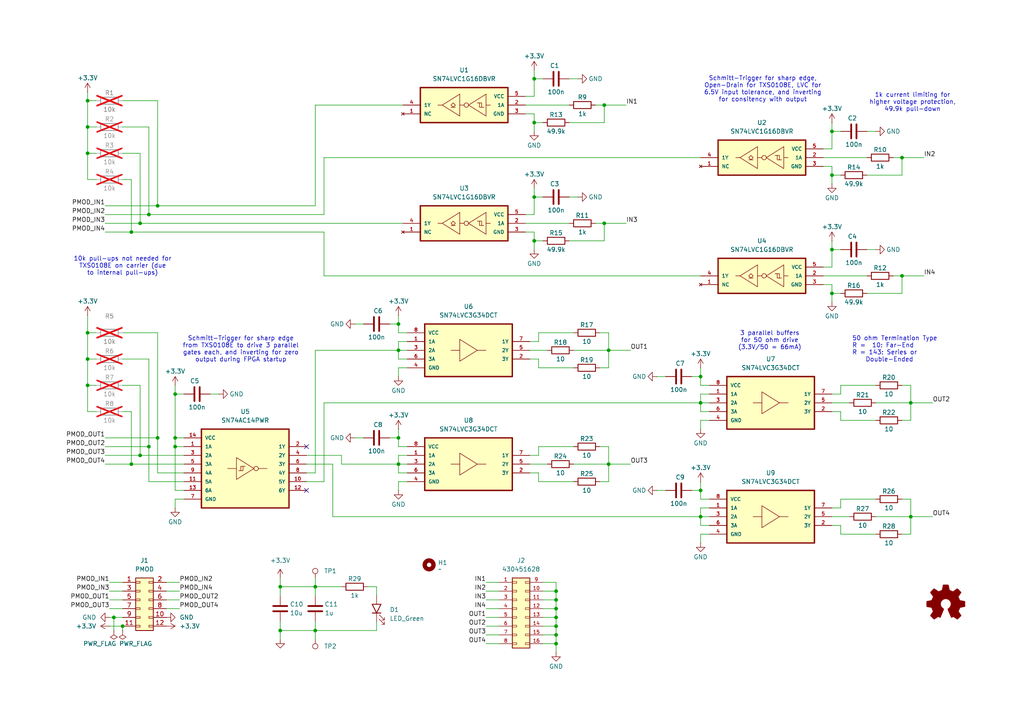
<source format=kicad_sch>
(kicad_sch (version 20250114) (generator "eeschema") (generator_version "9.0")
  (paper "A4")
  (title_block (title "LVTTL PMOD") (date "2025-10-29") (rev "v1.0") (company "SPDX-FileCopyrightText: 2025 Osprey DCS") (comment 1 "SPDX-License-Identifier: CERN-OHL-S-2.0+"))
  (lib_symbols
    (symbol "0local:430451628" (pin_names (offset 1.016))
      (property "Reference" "J2" (at 0 16.51 0))
      (property "Value" "430451628" (at 0 13.97 0))
      (symbol "430451628_1_0"
        (pin passive line (at -6.35 10.16 0) (length 3.81) (name "") (number "1"))
        (pin passive line (at -6.35 7.62 0) (length 3.81) (name "") (number "2"))
        (pin passive line (at -6.35 5.08 0) (length 3.81) (name "") (number "3"))
        (pin passive line (at -6.35 2.54 0) (length 3.81) (name "") (number "4"))
        (pin passive line (at -6.35 0 0) (length 3.81) (name "") (number "5"))
        (pin passive line (at -6.35 -2.54 0) (length 3.81) (name "") (number "6"))
        (pin passive line (at -6.35 -5.08 0) (length 3.81) (name "") (number "7"))
        (pin passive line (at -6.35 -7.62 0) (length 3.81) (name "") (number "8"))
        (pin passive line (at 6.35 10.16 180) (length 3.81) (name "") (number "9"))
        (pin passive line (at 6.35 7.62 180) (length 3.81) (name "") (number "10"))
        (pin passive line (at 6.35 5.08 180) (length 3.81) (name "") (number "11"))
        (pin passive line (at 6.35 2.54 180) (length 3.81) (name "") (number "12"))
        (pin passive line (at 6.35 0 180) (length 3.81) (name "") (number "13"))
        (pin passive line (at 6.35 -2.54 180) (length 3.81) (name "") (number "14"))
        (pin passive line (at 6.35 -5.08 180) (length 3.81) (name "") (number "15"))
        (pin passive line (at 6.35 -7.62 180) (length 3.81) (name "") (number "16"))
      )
    )
    (symbol "0local:Conn_02x06_Odd_Even" (pin_names (offset 1.016) (hide yes))
      (property "Reference" "J1" (at 1.27 11.43 0))
      (property "Value" "PMOD" (at 1.27 8.89 0))
      (symbol "Conn_02x06_Odd_Even_1_1"
        (pin passive line (at -5.08 5.08 0) (length 3.81) (name "Pin_1") (number "1"))
        (pin passive line (at -5.08 2.54 0) (length 3.81) (name "Pin_3") (number "3"))
        (pin passive line (at -5.08 0 0) (length 3.81) (name "Pin_5") (number "5"))
        (pin passive line (at -5.08 -2.54 0) (length 3.81) (name "Pin_7") (number "7"))
        (pin passive line (at -5.08 -5.08 0) (length 3.81) (name "Pin_9") (number "9"))
        (pin passive line (at -5.08 -7.62 0) (length 3.81) (name "Pin_11") (number "11"))
        (pin passive line (at 7.62 5.08 180) (length 3.81) (name "Pin_2") (number "2"))
        (pin passive line (at 7.62 2.54 180) (length 3.81) (name "Pin_4") (number "4"))
        (pin passive line (at 7.62 0 180) (length 3.81) (name "Pin_6") (number "6"))
        (pin passive line (at 7.62 -2.54 180) (length 3.81) (name "Pin_8") (number "8"))
        (pin passive line (at 7.62 -5.08 180) (length 3.81) (name "Pin_10") (number "10"))
        (pin passive line (at 7.62 -7.62 180) (length 3.81) (name "Pin_12") (number "12"))
      )
    )
    (symbol "0local:IR26-21C_L110_TR8" (pin_numbers (hide yes)) (pin_names (offset 1.016) (hide yes))
      (property "Reference" "D1" (at -0.3174 -3.81 90))
      (property "Value" "LED_Green" (at -2.8574 -3.81 90))
      (symbol "IR26-21C_L110_TR8_1_1"
        (pin passive line (at -3.81 0 0) (length 2.54) (name "K") (number "1"))
        (pin passive line (at 3.81 0 180) (length 2.54) (name "A") (number "2"))
      )
    )
    (symbol "0local:MountingHoleSlot"
      (property "Reference" "H" (at 0 3.302 0))
    )
    (symbol "0local:SN74AC14PWR" (pin_names (offset 1.016))
      (property "Reference" "U7" (at 0 14.224 0))
      (property "Value" "SN74AC14PWR" (at 0 11.938 0))
      (symbol "SN74AC14PWR_0_0"
        (pin power_in line (at -17.78 7.62 0) (length 5.08) (name "VCC") (number "14"))
        (pin input line (at -17.78 5.08 0) (length 5.08) (name "1A") (number "1"))
        (pin input line (at -17.78 2.54 0) (length 5.08) (name "2A") (number "3"))
        (pin input line (at -17.78 0 0) (length 5.08) (name "3A") (number "5"))
        (pin input line (at -17.78 -2.54 0) (length 5.08) (name "4A") (number "9"))
        (pin input line (at -17.78 -5.08 0) (length 5.08) (name "5A") (number "11"))
        (pin input line (at -17.78 -7.62 0) (length 5.08) (name "6A") (number "13"))
        (pin power_in line (at -17.78 -10.16 0) (length 5.08) (name "GND") (number "7"))
        (pin output line (at 17.78 5.08 180) (length 5.08) (name "1Y") (number "2"))
        (pin output line (at 17.78 2.54 180) (length 5.08) (name "2Y") (number "4"))
        (pin output line (at 17.78 0 180) (length 5.08) (name "3Y") (number "6"))
        (pin output line (at 17.78 -2.54 180) (length 5.08) (name "4Y") (number "8"))
        (pin output line (at 17.78 -5.08 180) (length 5.08) (name "5Y") (number "10"))
        (pin output line (at 17.78 -7.62 180) (length 5.08) (name "6Y") (number "12"))
      )
    )
    (symbol "0local:SN74LVC1G16DBVR" (pin_names (offset 1.016))
      (property "Reference" "U1" (at 0 7.874 0))
      (property "Value" "SN74LVC1G16DBVR" (at 0 5.588 0))
      (symbol "SN74LVC1G16DBVR_1_0"
        (pin power_in line (at -17.78 1.27 0) (length 5.08) (name "VCC") (number "5"))
        (pin input line (at -17.78 -1.27 0) (length 5.08) (name "1A") (number "2"))
        (pin power_in line (at -17.78 -3.81 0) (length 5.08) (name "GND") (number "3"))
        (pin output line (at 17.78 -1.27 180) (length 5.08) (name "1Y") (number "4"))
        (pin no_connect line (at 17.78 -3.81 180) (length 5.08) (name "NC") (number "1"))
      )
    )
    (symbol "0local:SN74LVC3G34DCT" (pin_names (offset 1.016))
      (property "Reference" "U7" (at 0 11.684 0))
      (property "Value" "SN74LVC3G34DCT" (at 0 9.398 0))
      (symbol "SN74LVC3G34DCT_0_0"
        (pin input line (at -17.78 2.54 0) (length 5.08) (name "1A") (number "1"))
        (pin input line (at -17.78 0 0) (length 5.08) (name "2A") (number "3"))
      )
      (symbol "SN74LVC3G34DCT_1_0"
        (pin power_in line (at -17.78 5.08 0) (length 5.08) (name "VCC") (number "8"))
        (pin input line (at -17.78 -2.54 0) (length 5.08) (name "3A") (number "6"))
        (pin power_in line (at -17.78 -5.08 0) (length 5.08) (name "GND") (number "4"))
        (pin output line (at 17.78 2.54 180) (length 5.08) (name "1Y") (number "7"))
        (pin output line (at 17.78 0 180) (length 5.08) (name "2Y") (number "5"))
        (pin output line (at 17.78 -2.54 180) (length 5.08) (name "3Y") (number "2"))
      )
    )
    (symbol "0local:TestPointBlack" (pin_numbers (hide yes)) (pin_names (offset 0.762) (hide yes))
      (property "Reference" "TP1" (at -1.524 6.096 0))
      (symbol "TestPointBlack_1_1"
        (pin passive line (at 0 1.27 90) (length 1.27) (name "1") (number "1"))
      )
    )
    (symbol "0local:TestPointRed" (pin_numbers (hide yes)) (pin_names (offset 0.762) (hide yes))
      (property "Reference" "TP1" (at -1.524 6.096 0))
      (symbol "TestPointRed_1_1"
        (pin passive line (at 0 1.27 90) (length 1.27) (name "1") (number "1"))
      )
    )
    (symbol "Device:C" (pin_numbers (hide yes)) (pin_names (offset 0.254))
      (property "Reference" "C" (at 0.635 2.54 0))
      (property "Value" "C" (at 0.635 -2.54 0))
      (symbol "C_1_1"
        (pin passive line (at 0 3.81 270) (length 2.794) (name "~") (number "1"))
        (pin passive line (at 0 -3.81 90) (length 2.794) (name "~") (number "2"))
      )
    )
    (symbol "Device:R" (pin_numbers (hide yes)) (pin_names (offset 0))
      (property "Reference" "R" (at 2.032 0 90))
      (property "Value" "R" (at 0 0 90))
      (symbol "R_1_1"
        (pin passive line (at 0 3.81 270) (length 1.27) (name "~") (number "1"))
        (pin passive line (at 0 -3.81 90) (length 1.27) (name "~") (number "2"))
      )
    )
    (symbol "Graphic:Logo_Open_Hardware_Small" (in_bom no) (on_board no))
    (symbol "power:+3.3V" (power) (pin_numbers (hide yes)) (pin_names (offset 0) (hide yes))
      (property "Value" "+3.3V" (at 0 3.556 0))
      (symbol "+3.3V_1_1"
        (pin power_in line (at 0 0 90) (length 0) (name "~") (number "1"))
      )
    )
    (symbol "power:GND" (power) (pin_numbers (hide yes)) (pin_names (offset 0) (hide yes))
      (property "Value" "GND" (at 0 -3.81 0))
      (symbol "GND_1_1"
        (pin power_in line (at 0 0 270) (length 0) (name "~") (number "1"))
      )
    )
    (symbol "power:PWR_FLAG" (power) (pin_numbers (hide yes)) (pin_names (offset 0) (hide yes))
      (property "Value" "PWR_FLAG" (at 0 3.81 0))
      (symbol "PWR_FLAG_0_0"
        (pin power_out line (at 0 0 90) (length 0) (name "~") (number "1"))
      )
    )
  )
  (text "Schmitt-Trigger for sharp edge\nfrom TXS0108E to drive 3 parallel\ngates each, and inverting for zero\noutput during FPGA startup" (at 69.85 101.346 0) (effects (font (size 1.27 1.27))))
  (text "Schmitt-Trigger for sharp edge,\nOpen-Drain for TXS0108E, LVC for\n6.5V input tolerance, and inverting\nfor consitency with output" (at 221.234 25.908 0) (effects (font (size 1.27 1.27))))
  (text "10k pull-ups not needed for\nTXS0108E on carrier (due\nto internal pull-ups)" (at 35.56 77.216 0) (effects (font (size 1.27 1.27))))
  (text "3 parallel buffers\nfor 50 ohm drive\n(3.3V/50 = 66mA)\n" (at 223.266 98.806 0) (effects (font (size 1.27 1.27))))
  (text "50 ohm Termination Type\nR =  10: Far-End\nR = 143: Series or \n    Double-Ended\n\n" (at 247.142 102.362 0) (effects (font (size 1.27 1.27)) (justify left)))
  (text "1k current limiting for\nhigher voltage protection,\n49.9k pull-down" (at 264.668 29.718 0) (effects (font (size 1.27 1.27))))
  (junction (at 35.56 181.61))
  (junction (at 81.28 182.88))
  (junction (at 175.26 30.48))
  (junction (at 25.4 36.83))
  (junction (at 50.8 114.3))
  (junction (at 161.29 173.99))
  (junction (at 161.29 171.45))
  (junction (at 115.57 134.62))
  (junction (at 45.72 127))
  (junction (at 43.18 62.23))
  (junction (at 203.2 116.84))
  (junction (at 264.16 116.84))
  (junction (at 203.2 109.22))
  (junction (at 161.29 184.15))
  (junction (at 154.94 22.86))
  (junction (at 91.44 170.18))
  (junction (at 176.53 134.62))
  (junction (at 115.57 101.6))
  (junction (at 154.94 69.85))
  (junction (at 115.57 127))
  (junction (at 115.57 93.98))
  (junction (at 161.29 179.07))
  (junction (at 25.4 104.14))
  (junction (at 176.53 101.6))
  (junction (at 50.8 127))
  (junction (at 261.62 80.01))
  (junction (at 91.44 182.88))
  (junction (at 50.8 129.54))
  (junction (at 261.62 45.72))
  (junction (at 38.1 134.62))
  (junction (at 40.64 132.08))
  (junction (at 241.3 38.1))
  (junction (at 38.1 67.31))
  (junction (at 161.29 186.69))
  (junction (at 175.26 64.77))
  (junction (at 154.94 57.15))
  (junction (at 241.3 72.39))
  (junction (at 161.29 181.61))
  (junction (at 25.4 44.45))
  (junction (at 33.02 179.07))
  (junction (at 203.2 142.24))
  (junction (at 25.4 29.21))
  (junction (at 81.28 170.18))
  (junction (at 45.72 59.69))
  (junction (at 264.16 149.86))
  (junction (at 43.18 129.54))
  (junction (at 203.2 149.86))
  (junction (at 40.64 64.77))
  (junction (at 154.94 35.56))
  (junction (at 25.4 111.76))
  (junction (at 241.3 50.8))
  (junction (at 25.4 96.52))
  (junction (at 241.3 85.09))
  (junction (at 161.29 176.53))
  (no_connect (at 88.9 129.54))
  (no_connect (at 88.9 142.24))
  (wire (pts (xy 152.4 62.23) (xy 154.94 62.23)))
  (wire (pts (xy 166.37 134.62) (xy 176.53 134.62)))
  (wire (pts (xy 200.66 142.24) (xy 203.2 142.24)))
  (wire (pts (xy 31.75 171.45) (xy 35.56 171.45)))
  (wire (pts (xy 40.64 111.76) (xy 40.64 132.08)))
  (wire (pts (xy 157.48 168.91) (xy 161.29 168.91)))
  (wire (pts (xy 25.4 44.45) (xy 25.4 36.83)))
  (wire (pts (xy 261.62 111.76) (xy 264.16 111.76)))
  (wire (pts (xy 25.4 44.45) (xy 27.94 44.45)))
  (wire (pts (xy 157.48 57.15) (xy 154.94 57.15)))
  (wire (pts (xy 88.9 137.16) (xy 91.44 137.16)))
  (wire (pts (xy 25.4 52.07) (xy 25.4 44.45)))
  (wire (pts (xy 246.38 149.86) (xy 241.3 149.86)))
  (wire (pts (xy 261.62 154.94) (xy 264.16 154.94)))
  (wire (pts (xy 91.44 170.18) (xy 99.06 170.18)))
  (wire (pts (xy 50.8 144.78) (xy 53.34 144.78)))
  (wire (pts (xy 161.29 168.91) (xy 161.29 171.45)))
  (wire (pts (xy 241.3 114.3) (xy 243.84 114.3)))
  (wire (pts (xy 241.3 69.85) (xy 241.3 72.39)))
  (wire (pts (xy 203.2 111.76) (xy 205.74 111.76)))
  (wire (pts (xy 154.94 69.85) (xy 157.48 69.85)))
  (wire (pts (xy 91.44 182.88) (xy 91.44 185.42)))
  (wire (pts (xy 118.11 134.62) (xy 115.57 134.62)))
  (wire (pts (xy 31.75 173.99) (xy 35.56 173.99)))
  (wire (pts (xy 243.84 119.38) (xy 243.84 121.92)))
  (wire (pts (xy 246.38 116.84) (xy 241.3 116.84)))
  (wire (pts (xy 251.46 85.09) (xy 261.62 85.09)))
  (wire (pts (xy 261.62 121.92) (xy 264.16 121.92)))
  (wire (pts (xy 115.57 129.54) (xy 118.11 129.54)))
  (wire (pts (xy 140.97 181.61) (xy 144.78 181.61)))
  (wire (pts (xy 264.16 149.86) (xy 270.51 149.86)))
  (wire (pts (xy 203.2 142.24) (xy 203.2 144.78)))
  (wire (pts (xy 243.84 144.78) (xy 254 144.78)))
  (wire (pts (xy 259.08 45.72) (xy 261.62 45.72)))
  (wire (pts (xy 30.48 129.54) (xy 43.18 129.54)))
  (wire (pts (xy 203.2 116.84) (xy 93.98 116.84)))
  (wire (pts (xy 241.3 43.18) (xy 238.76 43.18)))
  (wire (pts (xy 157.48 184.15) (xy 161.29 184.15)))
  (wire (pts (xy 25.4 111.76) (xy 25.4 104.14)))
  (wire (pts (xy 63.5 114.3) (xy 60.96 114.3)))
  (wire (pts (xy 156.21 99.06) (xy 156.21 96.52)))
  (wire (pts (xy 241.3 87.63) (xy 241.3 85.09)))
  (wire (pts (xy 25.4 36.83) (xy 25.4 29.21)))
  (wire (pts (xy 91.44 30.48) (xy 116.84 30.48)))
  (wire (pts (xy 35.56 36.83) (xy 43.18 36.83)))
  (wire (pts (xy 30.48 132.08) (xy 40.64 132.08)))
  (wire (pts (xy 88.9 134.62) (xy 96.52 134.62)))
  (wire (pts (xy 93.98 62.23) (xy 93.98 45.72)))
  (wire (pts (xy 152.4 30.48) (xy 165.1 30.48)))
  (wire (pts (xy 35.56 104.14) (xy 43.18 104.14)))
  (wire (pts (xy 35.56 96.52) (xy 45.72 96.52)))
  (wire (pts (xy 106.68 170.18) (xy 109.22 170.18)))
  (wire (pts (xy 243.84 114.3) (xy 243.84 111.76)))
  (wire (pts (xy 203.2 149.86) (xy 96.52 149.86)))
  (wire (pts (xy 25.4 36.83) (xy 27.94 36.83)))
  (wire (pts (xy 53.34 142.24) (xy 50.8 142.24)))
  (wire (pts (xy 43.18 36.83) (xy 43.18 62.23)))
  (wire (pts (xy 243.84 147.32) (xy 243.84 144.78)))
  (wire (pts (xy 241.3 85.09) (xy 243.84 85.09)))
  (wire (pts (xy 35.56 29.21) (xy 45.72 29.21)))
  (wire (pts (xy 35.56 182.88) (xy 35.56 181.61)))
  (wire (pts (xy 40.64 132.08) (xy 53.34 132.08)))
  (wire (pts (xy 241.3 35.56) (xy 241.3 38.1)))
  (wire (pts (xy 190.5 109.22) (xy 193.04 109.22)))
  (wire (pts (xy 241.3 38.1) (xy 241.3 43.18)))
  (wire (pts (xy 40.64 44.45) (xy 40.64 64.77)))
  (wire (pts (xy 30.48 67.31) (xy 38.1 67.31)))
  (wire (pts (xy 154.94 33.02) (xy 152.4 33.02)))
  (wire (pts (xy 261.62 80.01) (xy 267.97 80.01)))
  (wire (pts (xy 50.8 144.78) (xy 50.8 147.32)))
  (wire (pts (xy 172.72 30.48) (xy 175.26 30.48)))
  (wire (pts (xy 165.1 69.85) (xy 175.26 69.85)))
  (wire (pts (xy 48.26 168.91) (xy 52.07 168.91)))
  (wire (pts (xy 109.22 170.18) (xy 109.22 172.72)))
  (wire (pts (xy 241.3 72.39) (xy 241.3 77.47)))
  (wire (pts (xy 264.16 121.92) (xy 264.16 116.84)))
  (wire (pts (xy 25.4 96.52) (xy 27.94 96.52)))
  (wire (pts (xy 35.56 44.45) (xy 40.64 44.45)))
  (wire (pts (xy 241.3 48.26) (xy 238.76 48.26)))
  (wire (pts (xy 205.74 147.32) (xy 203.2 147.32)))
  (wire (pts (xy 53.34 114.3) (xy 50.8 114.3)))
  (wire (pts (xy 91.44 182.88) (xy 81.28 182.88)))
  (wire (pts (xy 96.52 134.62) (xy 96.52 149.86)))
  (wire (pts (xy 205.74 114.3) (xy 203.2 114.3)))
  (wire (pts (xy 205.74 149.86) (xy 203.2 149.86)))
  (wire (pts (xy 205.74 119.38) (xy 203.2 119.38)))
  (wire (pts (xy 50.8 127) (xy 53.34 127)))
  (wire (pts (xy 50.8 129.54) (xy 50.8 142.24)))
  (wire (pts (xy 173.99 106.68) (xy 176.53 106.68)))
  (wire (pts (xy 175.26 30.48) (xy 181.61 30.48)))
  (wire (pts (xy 115.57 139.7) (xy 115.57 142.24)))
  (wire (pts (xy 156.21 139.7) (xy 166.37 139.7)))
  (wire (pts (xy 115.57 106.68) (xy 115.57 109.22)))
  (wire (pts (xy 238.76 77.47) (xy 241.3 77.47)))
  (wire (pts (xy 25.4 29.21) (xy 27.94 29.21)))
  (wire (pts (xy 93.98 45.72) (xy 203.2 45.72)))
  (wire (pts (xy 43.18 104.14) (xy 43.18 129.54)))
  (wire (pts (xy 45.72 29.21) (xy 45.72 59.69)))
  (wire (pts (xy 35.56 111.76) (xy 40.64 111.76)))
  (wire (pts (xy 88.9 132.08) (xy 99.06 132.08)))
  (wire (pts (xy 140.97 184.15) (xy 144.78 184.15)))
  (wire (pts (xy 91.44 182.88) (xy 91.44 180.34)))
  (wire (pts (xy 91.44 167.64) (xy 91.44 170.18)))
  (wire (pts (xy 115.57 99.06) (xy 115.57 101.6)))
  (wire (pts (xy 113.03 127) (xy 115.57 127)))
  (wire (pts (xy 118.11 137.16) (xy 115.57 137.16)))
  (wire (pts (xy 157.48 22.86) (xy 154.94 22.86)))
  (wire (pts (xy 93.98 80.01) (xy 203.2 80.01)))
  (wire (pts (xy 48.26 173.99) (xy 52.07 173.99)))
  (wire (pts (xy 203.2 154.94) (xy 203.2 157.48)))
  (wire (pts (xy 161.29 173.99) (xy 161.29 176.53)))
  (wire (pts (xy 91.44 59.69) (xy 91.44 30.48)))
  (wire (pts (xy 118.11 101.6) (xy 115.57 101.6)))
  (wire (pts (xy 161.29 171.45) (xy 161.29 173.99)))
  (wire (pts (xy 91.44 170.18) (xy 81.28 170.18)))
  (wire (pts (xy 53.34 137.16) (xy 45.72 137.16)))
  (wire (pts (xy 81.28 180.34) (xy 81.28 182.88)))
  (wire (pts (xy 241.3 152.4) (xy 243.84 152.4)))
  (wire (pts (xy 243.84 152.4) (xy 243.84 154.94)))
  (wire (pts (xy 115.57 91.44) (xy 115.57 93.98)))
  (wire (pts (xy 154.94 72.39) (xy 154.94 69.85)))
  (wire (pts (xy 140.97 176.53) (xy 144.78 176.53)))
  (wire (pts (xy 115.57 101.6) (xy 91.44 101.6)))
  (wire (pts (xy 154.94 67.31) (xy 154.94 69.85)))
  (wire (pts (xy 91.44 137.16) (xy 91.44 101.6)))
  (wire (pts (xy 241.3 50.8) (xy 243.84 50.8)))
  (wire (pts (xy 50.8 129.54) (xy 53.34 129.54)))
  (wire (pts (xy 118.11 104.14) (xy 115.57 104.14)))
  (wire (pts (xy 167.64 22.86) (xy 165.1 22.86)))
  (wire (pts (xy 115.57 139.7) (xy 118.11 139.7)))
  (wire (pts (xy 38.1 134.62) (xy 53.34 134.62)))
  (wire (pts (xy 254 72.39) (xy 251.46 72.39)))
  (wire (pts (xy 25.4 104.14) (xy 25.4 96.52)))
  (wire (pts (xy 175.26 35.56) (xy 175.26 30.48)))
  (wire (pts (xy 31.75 179.07) (xy 33.02 179.07)))
  (wire (pts (xy 264.16 154.94) (xy 264.16 149.86)))
  (wire (pts (xy 158.75 101.6) (xy 153.67 101.6)))
  (wire (pts (xy 115.57 104.14) (xy 115.57 101.6)))
  (wire (pts (xy 157.48 186.69) (xy 161.29 186.69)))
  (wire (pts (xy 203.2 121.92) (xy 205.74 121.92)))
  (wire (pts (xy 43.18 62.23) (xy 93.98 62.23)))
  (wire (pts (xy 115.57 127) (xy 115.57 129.54)))
  (wire (pts (xy 40.64 64.77) (xy 116.84 64.77)))
  (wire (pts (xy 152.4 64.77) (xy 165.1 64.77)))
  (wire (pts (xy 203.2 144.78) (xy 205.74 144.78)))
  (wire (pts (xy 31.75 176.53) (xy 35.56 176.53)))
  (wire (pts (xy 157.48 171.45) (xy 161.29 171.45)))
  (wire (pts (xy 173.99 96.52) (xy 176.53 96.52)))
  (wire (pts (xy 161.29 184.15) (xy 161.29 186.69)))
  (wire (pts (xy 27.94 119.38) (xy 25.4 119.38)))
  (wire (pts (xy 243.84 72.39) (xy 241.3 72.39)))
  (wire (pts (xy 157.48 173.99) (xy 161.29 173.99)))
  (wire (pts (xy 161.29 176.53) (xy 161.29 179.07)))
  (wire (pts (xy 91.44 182.88) (xy 109.22 182.88)))
  (wire (pts (xy 241.3 147.32) (xy 243.84 147.32)))
  (wire (pts (xy 93.98 67.31) (xy 93.98 80.01)))
  (wire (pts (xy 48.26 171.45) (xy 52.07 171.45)))
  (wire (pts (xy 115.57 106.68) (xy 118.11 106.68)))
  (wire (pts (xy 203.2 139.7) (xy 203.2 142.24)))
  (wire (pts (xy 243.84 111.76) (xy 254 111.76)))
  (wire (pts (xy 264.16 149.86) (xy 264.16 144.78)))
  (wire (pts (xy 200.66 109.22) (xy 203.2 109.22)))
  (wire (pts (xy 30.48 64.77) (xy 40.64 64.77)))
  (wire (pts (xy 261.62 144.78) (xy 264.16 144.78)))
  (wire (pts (xy 203.2 121.92) (xy 203.2 124.46)))
  (wire (pts (xy 30.48 127) (xy 45.72 127)))
  (wire (pts (xy 166.37 101.6) (xy 176.53 101.6)))
  (wire (pts (xy 175.26 64.77) (xy 181.61 64.77)))
  (wire (pts (xy 157.48 179.07) (xy 161.29 179.07)))
  (wire (pts (xy 38.1 67.31) (xy 93.98 67.31)))
  (wire (pts (xy 261.62 45.72) (xy 267.97 45.72)))
  (wire (pts (xy 173.99 129.54) (xy 176.53 129.54)))
  (wire (pts (xy 33.02 182.88) (xy 33.02 179.07)))
  (wire (pts (xy 50.8 111.76) (xy 50.8 114.3)))
  (wire (pts (xy 25.4 29.21) (xy 25.4 26.67)))
  (wire (pts (xy 115.57 132.08) (xy 115.57 134.62)))
  (wire (pts (xy 91.44 170.18) (xy 91.44 172.72)))
  (wire (pts (xy 88.9 139.7) (xy 93.98 139.7)))
  (wire (pts (xy 167.64 57.15) (xy 165.1 57.15)))
  (wire (pts (xy 31.75 168.91) (xy 35.56 168.91)))
  (wire (pts (xy 176.53 139.7) (xy 176.53 134.62)))
  (wire (pts (xy 99.06 132.08) (xy 99.06 134.62)))
  (wire (pts (xy 99.06 134.62) (xy 115.57 134.62)))
  (wire (pts (xy 203.2 109.22) (xy 203.2 111.76)))
  (wire (pts (xy 251.46 50.8) (xy 261.62 50.8)))
  (wire (pts (xy 176.53 106.68) (xy 176.53 101.6)))
  (wire (pts (xy 205.74 152.4) (xy 203.2 152.4)))
  (wire (pts (xy 140.97 168.91) (xy 144.78 168.91)))
  (wire (pts (xy 238.76 80.01) (xy 251.46 80.01)))
  (wire (pts (xy 50.8 127) (xy 50.8 129.54)))
  (wire (pts (xy 172.72 64.77) (xy 175.26 64.77)))
  (wire (pts (xy 203.2 147.32) (xy 203.2 149.86)))
  (wire (pts (xy 156.21 129.54) (xy 166.37 129.54)))
  (wire (pts (xy 156.21 137.16) (xy 156.21 139.7)))
  (wire (pts (xy 254 149.86) (xy 264.16 149.86)))
  (wire (pts (xy 203.2 154.94) (xy 205.74 154.94)))
  (wire (pts (xy 154.94 33.02) (xy 154.94 35.56)))
  (wire (pts (xy 203.2 106.68) (xy 203.2 109.22)))
  (wire (pts (xy 35.56 52.07) (xy 38.1 52.07)))
  (wire (pts (xy 157.48 181.61) (xy 161.29 181.61)))
  (wire (pts (xy 102.87 93.98) (xy 105.41 93.98)))
  (wire (pts (xy 176.53 101.6) (xy 176.53 96.52)))
  (wire (pts (xy 53.34 139.7) (xy 43.18 139.7)))
  (wire (pts (xy 241.3 82.55) (xy 241.3 85.09)))
  (wire (pts (xy 33.02 179.07) (xy 35.56 179.07)))
  (wire (pts (xy 238.76 45.72) (xy 251.46 45.72)))
  (wire (pts (xy 254 38.1) (xy 251.46 38.1)))
  (wire (pts (xy 45.72 127) (xy 45.72 137.16)))
  (wire (pts (xy 241.3 119.38) (xy 243.84 119.38)))
  (wire (pts (xy 30.48 59.69) (xy 45.72 59.69)))
  (wire (pts (xy 243.84 121.92) (xy 254 121.92)))
  (wire (pts (xy 161.29 179.07) (xy 161.29 181.61)))
  (wire (pts (xy 190.5 142.24) (xy 193.04 142.24)))
  (wire (pts (xy 102.87 127) (xy 105.41 127)))
  (wire (pts (xy 161.29 186.69) (xy 161.29 189.23)))
  (wire (pts (xy 154.94 67.31) (xy 152.4 67.31)))
  (wire (pts (xy 264.16 116.84) (xy 270.51 116.84)))
  (wire (pts (xy 154.94 54.61) (xy 154.94 57.15)))
  (wire (pts (xy 154.94 20.32) (xy 154.94 22.86)))
  (wire (pts (xy 45.72 96.52) (xy 45.72 127)))
  (wire (pts (xy 118.11 99.06) (xy 115.57 99.06)))
  (wire (pts (xy 109.22 180.34) (xy 109.22 182.88)))
  (wire (pts (xy 25.4 96.52) (xy 25.4 91.44)))
  (wire (pts (xy 156.21 104.14) (xy 156.21 106.68)))
  (wire (pts (xy 48.26 176.53) (xy 52.07 176.53)))
  (wire (pts (xy 158.75 134.62) (xy 153.67 134.62)))
  (wire (pts (xy 81.28 172.72) (xy 81.28 170.18)))
  (wire (pts (xy 261.62 85.09) (xy 261.62 80.01)))
  (wire (pts (xy 153.67 132.08) (xy 156.21 132.08)))
  (wire (pts (xy 259.08 80.01) (xy 261.62 80.01)))
  (wire (pts (xy 31.75 181.61) (xy 35.56 181.61)))
  (wire (pts (xy 203.2 114.3) (xy 203.2 116.84)))
  (wire (pts (xy 81.28 167.64) (xy 81.28 170.18)))
  (wire (pts (xy 25.4 111.76) (xy 27.94 111.76)))
  (wire (pts (xy 241.3 53.34) (xy 241.3 50.8)))
  (wire (pts (xy 115.57 96.52) (xy 118.11 96.52)))
  (wire (pts (xy 254 116.84) (xy 264.16 116.84)))
  (wire (pts (xy 203.2 152.4) (xy 203.2 149.86)))
  (wire (pts (xy 165.1 35.56) (xy 175.26 35.56)))
  (wire (pts (xy 140.97 171.45) (xy 144.78 171.45)))
  (wire (pts (xy 93.98 139.7) (xy 93.98 116.84)))
  (wire (pts (xy 30.48 134.62) (xy 38.1 134.62)))
  (wire (pts (xy 118.11 132.08) (xy 115.57 132.08)))
  (wire (pts (xy 261.62 50.8) (xy 261.62 45.72)))
  (wire (pts (xy 81.28 185.42) (xy 81.28 182.88)))
  (wire (pts (xy 25.4 119.38) (xy 25.4 111.76)))
  (wire (pts (xy 243.84 154.94) (xy 254 154.94)))
  (wire (pts (xy 38.1 119.38) (xy 38.1 134.62)))
  (wire (pts (xy 154.94 57.15) (xy 154.94 62.23)))
  (wire (pts (xy 50.8 114.3) (xy 50.8 127)))
  (wire (pts (xy 243.84 38.1) (xy 241.3 38.1)))
  (wire (pts (xy 205.74 116.84) (xy 203.2 116.84)))
  (wire (pts (xy 154.94 35.56) (xy 157.48 35.56)))
  (wire (pts (xy 140.97 173.99) (xy 144.78 173.99)))
  (wire (pts (xy 25.4 104.14) (xy 27.94 104.14)))
  (wire (pts (xy 173.99 139.7) (xy 176.53 139.7)))
  (wire (pts (xy 157.48 176.53) (xy 161.29 176.53)))
  (wire (pts (xy 115.57 93.98) (xy 115.57 96.52)))
  (wire (pts (xy 154.94 22.86) (xy 154.94 27.94)))
  (wire (pts (xy 153.67 104.14) (xy 156.21 104.14)))
  (wire (pts (xy 153.67 137.16) (xy 156.21 137.16)))
  (wire (pts (xy 113.03 93.98) (xy 115.57 93.98)))
  (wire (pts (xy 161.29 181.61) (xy 161.29 184.15)))
  (wire (pts (xy 241.3 48.26) (xy 241.3 50.8)))
  (wire (pts (xy 45.72 59.69) (xy 91.44 59.69)))
  (wire (pts (xy 153.67 99.06) (xy 156.21 99.06)))
  (wire (pts (xy 241.3 82.55) (xy 238.76 82.55)))
  (wire (pts (xy 156.21 132.08) (xy 156.21 129.54)))
  (wire (pts (xy 264.16 116.84) (xy 264.16 111.76)))
  (wire (pts (xy 115.57 124.46) (xy 115.57 127)))
  (wire (pts (xy 38.1 52.07) (xy 38.1 67.31)))
  (wire (pts (xy 27.94 52.07) (xy 25.4 52.07)))
  (wire (pts (xy 156.21 96.52) (xy 166.37 96.52)))
  (wire (pts (xy 154.94 38.1) (xy 154.94 35.56)))
  (wire (pts (xy 43.18 129.54) (xy 43.18 139.7)))
  (wire (pts (xy 140.97 186.69) (xy 144.78 186.69)))
  (wire (pts (xy 176.53 134.62) (xy 182.88 134.62)))
  (wire (pts (xy 176.53 134.62) (xy 176.53 129.54)))
  (wire (pts (xy 30.48 62.23) (xy 43.18 62.23)))
  (wire (pts (xy 115.57 137.16) (xy 115.57 134.62)))
  (wire (pts (xy 203.2 119.38) (xy 203.2 116.84)))
  (wire (pts (xy 175.26 69.85) (xy 175.26 64.77)))
  (wire (pts (xy 35.56 119.38) (xy 38.1 119.38)))
  (wire (pts (xy 176.53 101.6) (xy 182.88 101.6)))
  (wire (pts (xy 154.94 27.94) (xy 152.4 27.94)))
  (wire (pts (xy 156.21 106.68) (xy 166.37 106.68)))
  (wire (pts (xy 140.97 179.07) (xy 144.78 179.07)))
  (label "PMOD_IN4" (at 30.48 67.31 180))
  (label "IN4" (at 267.97 80.01 0))
  (label "OUT1" (at 182.88 101.6 0))
  (label "OUT3" (at 182.88 134.62 0))
  (label "PMOD_IN1" (at 30.48 59.69 180))
  (label "IN1" (at 181.61 30.48 0))
  (label "IN2" (at 140.97 171.45 180))
  (label "PMOD_OUT2" (at 30.48 129.54 180))
  (label "OUT1" (at 140.97 179.07 180))
  (label "PMOD_IN1" (at 31.75 168.91 180))
  (label "IN3" (at 181.61 64.77 0))
  (label "OUT2" (at 270.51 116.84 0))
  (label "PMOD_OUT3" (at 30.48 132.08 180))
  (label "PMOD_OUT1" (at 30.48 127 180))
  (label "PMOD_IN4" (at 52.07 171.45 0))
  (label "OUT2" (at 140.97 181.61 180))
  (label "OUT3" (at 140.97 184.15 180))
  (label "PMOD_OUT4" (at 30.48 134.62 180))
  (label "PMOD_IN2" (at 30.48 62.23 180))
  (label "OUT4" (at 270.51 149.86 0))
  (label "PMOD_OUT4" (at 52.07 176.53 0))
  (label "PMOD_IN3" (at 31.75 171.45 180))
  (label "PMOD_IN3" (at 30.48 64.77 180))
  (label "OUT4" (at 140.97 186.69 180))
  (label "PMOD_OUT1" (at 31.75 173.99 180))
  (label "PMOD_OUT3" (at 31.75 176.53 180))
  (label "IN3" (at 140.97 173.99 180))
  (label "PMOD_IN2" (at 52.07 168.91 0))
  (label "IN2" (at 267.97 45.72 0))
  (label "IN4" (at 140.97 176.53 180))
  (label "PMOD_OUT2" (at 52.07 173.99 0))
  (label "IN1" (at 140.97 168.91 180))
  (symbol (lib_id "power:GND") (at 115.57 109.22 0) (unit 1)
    (property "Reference" "#PWR02" (effects (hide yes)))
    (property "Value" "GND" (at 115.57 113.284 0))
    (property "Description" "Power symbol creates a global label with name \"GND\" , ground" (effects (hide yes)))
  )
  (symbol (lib_id "power:+3.3V") (at 25.4 26.67 0) (mirror y) (unit 1)
    (property "Reference" "#PWR013" (effects (hide yes)))
    (property "Value" "+3.3V" (at 25.4 22.606 0))
    (property "Description" "Power symbol creates a global label with name \"+3.3V\"" (effects (hide yes)))
  )
  (symbol (lib_id "Device:C") (at 247.65 72.39 270) (mirror x) (unit 1)
    (property "Reference" "C4" (at 245.872 68.58 90) (effects (justify left)))
    (property "Value" "100n" (at 247.65 76.2 90))
    (property "Footprint" "0local:C_0603_1608Metric" (effects (hide yes)))
    (property "Datasheet" "https://mm.digikey.com/Volume0/opasdata/d220001/medias/docus/658/CL10B104KB8NNWC_Spec.pdf" (effects (hide yes)))
    (property "Description" "0.1 µF ±10% 50V Ceramic Capacitor X7R 0603" (effects (hide yes)))
    (property "Digikey" "1276-1935-2-ND" (effects (hide yes)))
    (property "MPN" "CL10B104KB8NNWC" (effects (hide yes)))
  )
  (symbol (lib_id "Device:R") (at 31.75 52.07 90) (unit 1) (dnp yes)
    (property "Reference" "R4" (at 31.75 49.784 90))
    (property "Value" "10k" (at 31.75 54.61 90))
    (property "Footprint" "0local:R_0603_1608Metric" (effects (hide yes)))
    (property "Datasheet" "https://www.yageogroup.com/content/datasheet/asset/file/PYU-RC_GROUP_51_ROHS_L" (effects (hide yes)))
    (property "Description" "10 kOhms ±1% 0.1W, 1/10W Chip Resistor 0603 (1608 Metric) Moisture Resistant Thick Film" (effects (hide yes)))
    (property "Digikey" "311-10.0KHRCT-ND" (effects (hide yes)))
    (property "MPN" "RC0603FR-0710KL" (effects (hide yes)))
  )
  (symbol (lib_id "power:GND") (at 254 72.39 90) (mirror x) (unit 1)
    (property "Reference" "#PWR030" (effects (hide yes)))
    (property "Value" "GND" (at 257.048 72.39 90) (effects (justify right)))
    (property "Description" "Power symbol creates a global label with name \"GND\" , ground" (effects (hide yes)))
  )
  (symbol (lib_id "power:GND") (at 241.3 53.34 0) (mirror y) (unit 1)
    (property "Reference" "#PWR026" (effects (hide yes)))
    (property "Value" "GND" (at 241.3 57.404 0))
    (property "Description" "Power symbol creates a global label with name \"GND\" , ground" (effects (hide yes)))
  )
  (symbol (lib_id "0local:TestPointBlack") (at 91.44 184.15 180) (unit 1)
    (property "Reference" "TP2" (at 93.98 187.4519 0) (effects (justify right)))
    (property "Value" "TestPointBlack" (effects (hide yes)))
    (property "Footprint" "0local:TestPoint_Loop_D1.80mm_Drill1.0mm_Beaded" (effects (hide yes)))
    (property "Datasheet" "https://www.keyelco.com/userAssets/file/M65p56.pdf" (effects (hide yes)))
    (property "Description" "Black PC Test Point, Miniature Phosphor Bronze Silver Plating Through Hole Mounting Type" (effects (hide yes)))
    (property "Digikey" "36-5001-ND" (effects (hide yes)))
    (property "MPN" "5001" (effects (hide yes)))
  )
  (symbol (lib_id "0local:SN74LVC3G34DCT") (at 135.89 101.6 0) (unit 1)
    (property "Reference" "U6" (at 135.89 88.9 0))
    (property "Value" "SN74LVC3G34DCT" (at 135.89 91.44 0))
    (property "Footprint" "0local:SN74LVC3G34DCT" (effects (hide yes)))
    (property "Datasheet" "https://www.ti.com/lit/ds/symlink/sn74lvc3g34.pdf?ts=1760831599034&ref_url=https%253A%252F%252Fwww.google.com%252F" (effects (hide yes)))
    (property "Description" "Non-Inverting 3 Channel Buffer Push-Pull Output SM8" (effects (hide yes)))
    (property "Digikey" "296-13285-1-ND" (effects (hide yes)))
    (property "MPN" "SN74LVC3G34DCTR" (effects (hide yes)))
  )
  (symbol (lib_id "power:GND") (at 167.64 22.86 90) (mirror x) (unit 1)
    (property "Reference" "#PWR015" (effects (hide yes)))
    (property "Value" "GND" (at 170.688 22.86 90) (effects (justify right)))
    (property "Description" "Power symbol creates a global label with name \"GND\" , ground" (effects (hide yes)))
  )
  (symbol (lib_id "power:+3.3V") (at 115.57 124.46 0) (unit 1)
    (property "Reference" "#PWR021" (effects (hide yes)))
    (property "Value" "+3.3V" (at 115.57 120.396 0))
    (property "Description" "Power symbol creates a global label with name \"+3.3V\"" (effects (hide yes)))
  )
  (symbol (lib_id "0local:SN74LVC3G34DCT") (at 223.52 116.84 0) (unit 1)
    (property "Reference" "U7" (at 223.52 104.14 0))
    (property "Value" "SN74LVC3G34DCT" (at 223.52 106.68 0))
    (property "Footprint" "0local:SN74LVC3G34DCT" (effects (hide yes)))
    (property "Datasheet" "https://www.ti.com/lit/ds/symlink/sn74lvc3g34.pdf?ts=1760831599034&ref_url=https%253A%252F%252Fwww.google.com%252F" (effects (hide yes)))
    (property "Description" "Non-Inverting 3 Channel Buffer Push-Pull Output SM8" (effects (hide yes)))
    (property "Digikey" "296-13285-1-ND" (effects (hide yes)))
    (property "MPN" "SN74LVC3G34DCTR" (effects (hide yes)))
  )
  (symbol (lib_id "Device:R") (at 255.27 80.01 90) (unit 1)
    (property "Reference" "R12" (at 255.27 77.724 90))
    (property "Value" "1k" (at 255.27 82.55 90))
    (property "Footprint" "0local:R_0603_1608Metric" (effects (hide yes)))
    (property "Datasheet" "https://www.yageogroup.com/content/datasheet/asset/file/PYU-RC_51_ROHS_P" (effects (hide yes)))
    (property "Description" "1 kOhms ±1% 0.1W, 1/10W Chip Resistor 0603 (1608 Metric) Moisture Resistant Thick Film" (effects (hide yes)))
    (property "Digikey" "YAG1294TR-ND" (effects (hide yes)))
    (property "MPN" "RC0603FR-071KP" (effects (hide yes)))
  )
  (symbol (lib_id "power:+3.3V") (at 50.8 111.76 0) (unit 1)
    (property "Reference" "#PWR011" (effects (hide yes)))
    (property "Value" "+3.3V" (at 50.8 107.696 0))
    (property "Description" "Power symbol creates a global label with name \"+3.3V\"" (effects (hide yes)))
  )
  (symbol (lib_id "power:+3.3V") (at 81.28 167.64 0) (unit 1)
    (property "Reference" "#PWR0128" (effects (hide yes)))
    (property "Value" "+3.3V" (at 81.28 162.56 0))
    (property "Description" "Power symbol creates a global label with name \"+3.3V\"" (effects (hide yes)))
  )
  (symbol (lib_id "Device:R") (at 170.18 96.52 90) (unit 1)
    (property "Reference" "R17" (at 170.18 94.234 90))
    (property "Value" "10" (at 170.18 99.06 90))
    (property "Footprint" "0local:R_0805_2012Metric" (effects (hide yes)))
    (property "Datasheet" "https://www.yageogroup.com/content/datasheet/asset/file/PYU-RC_GROUP_51_ROHS_L" (effects (hide yes)))
    (property "Description" "10 Ohms ±1% 0.1W, 1/10W Chip Resistor 0603 (1608 Metric) Moisture Resistant Thick Film" (effects (hide yes)))
    (property "Digikey" "13-RC0603FR-1310RLTR-ND" (effects (hide yes)))
    (property "MPN" "RC0603FR-1310RL" (effects (hide yes)))
  )
  (symbol (lib_id "Device:R") (at 247.65 85.09 90) (unit 1)
    (property "Reference" "R16" (at 247.65 82.804 90))
    (property "Value" "49.9k" (at 247.65 87.63 90))
    (property "Footprint" "0local:R_0603_1608Metric" (effects (hide yes)))
    (property "Datasheet" "https://www.yageogroup.com/content/datasheet/asset/file/PYU-RC_GROUP_51_ROHS_L" (effects (hide yes)))
    (property "Description" "49.9 kOhms ±1% 0.1W, 1/10W Chip Resistor 0603 (1608 Metric) Moisture Resistant Thick Film" (effects (hide yes)))
    (property "Digikey" "13-RC0603FR-1349K9LTR-ND" (effects (hide yes)))
    (property "MPN" "RC0603FR-1349K9L" (effects (hide yes)))
  )
  (symbol (lib_id "power:GND") (at 102.87 93.98 270) (unit 1)
    (property "Reference" "#PWR07" (effects (hide yes)))
    (property "Value" "GND" (at 99.822 93.98 90) (effects (justify right)))
    (property "Description" "Power symbol creates a global label with name \"GND\" , ground" (effects (hide yes)))
  )
  (symbol (lib_id "power:+3.3V") (at 241.3 35.56 0) (mirror y) (unit 1)
    (property "Reference" "#PWR025" (effects (hide yes)))
    (property "Value" "+3.3V" (at 241.3 31.496 0))
    (property "Description" "Power symbol creates a global label with name \"+3.3V\"" (effects (hide yes)))
  )
  (symbol (lib_id "0local:Conn_02x06_Odd_Even") (at 40.64 173.99 0) (unit 1)
    (property "Reference" "J1" (at 41.91 162.56 0))
    (property "Value" "PMOD" (at 41.91 165.1 0))
    (property "Footprint" "0local:PMOD_2x06_P2.54mm_Mirrored" (effects (hide yes)))
    (property "Datasheet" "https://app.adam-tech.com/products/download/data_sheet/200508/ph2ra-xx-ua-data-sheet.pdf" (effects (hide yes)))
    (property "Description" "Generic connector, double row, 02x06, odd/even pin numbering scheme (row 1 odd numbers, row 2 even numbers), script generated (kicad-library-utils/schlib/autogen/connector/)" (effects (hide yes)))
    (property "Digikey" "2057-PH2RA-12-UA-ND" (effects (hide yes)))
    (property "MPN" "PH2RA-12-UA" (effects (hide yes)))
  )
  (symbol (lib_id "power:GND") (at 48.26 179.07 90) (unit 1)
    (property "Reference" "#PWR0101" (effects (hide yes)))
    (property "Value" "GND" (at 52.07 179.0699 90) (effects (justify right)))
    (property "Description" "Power symbol creates a global label with name \"GND\" , ground" (effects (hide yes)))
  )
  (symbol (lib_id "Device:C") (at 109.22 93.98 90) (unit 1)
    (property "Reference" "C6" (at 110.998 90.17 90) (effects (justify left)))
    (property "Value" "100n" (at 109.22 97.79 90))
    (property "Footprint" "0local:C_0603_1608Metric" (effects (hide yes)))
    (property "Datasheet" "https://mm.digikey.com/Volume0/opasdata/d220001/medias/docus/658/CL10B104KB8NNWC_Spec.pdf" (effects (hide yes)))
    (property "Description" "0.1 µF ±10% 50V Ceramic Capacitor X7R 0603" (effects (hide yes)))
    (property "Digikey" "1276-1935-2-ND" (effects (hide yes)))
    (property "MPN" "CL10B104KB8NNWC" (effects (hide yes)))
  )
  (symbol (lib_id "Device:C") (at 109.22 127 90) (unit 1)
    (property "Reference" "C8" (at 110.998 123.19 90) (effects (justify left)))
    (property "Value" "100n" (at 109.22 130.81 90))
    (property "Footprint" "0local:C_0603_1608Metric" (effects (hide yes)))
    (property "Datasheet" "https://mm.digikey.com/Volume0/opasdata/d220001/medias/docus/658/CL10B104KB8NNWC_Spec.pdf" (effects (hide yes)))
    (property "Description" "0.1 µF ±10% 50V Ceramic Capacitor X7R 0603" (effects (hide yes)))
    (property "Digikey" "1276-1935-2-ND" (effects (hide yes)))
    (property "MPN" "CL10B104KB8NNWC" (effects (hide yes)))
  )
  (symbol (lib_id "0local:SN74LVC1G16DBVR") (at 134.62 63.5 0) (mirror y) (unit 1)
    (property "Reference" "U3" (at 134.62 54.61 0))
    (property "Value" "SN74LVC1G16DBVR" (at 134.62 57.15 0))
    (property "Footprint" "0local:SN74LVC1G16DBVR" (effects (hide yes)))
    (property "Datasheet" "https://www.ti.com/lit/ds/symlink/sn74lvc1g16.pdf?ts=1748236994427&ref_url=https%253A%252F%252Fwww.ti.com%252Fproduct%252FSN74LVC1G16%253FkeyMatch%253DSN74LVC1G16DBVR%2526tisearch%253Duniversal_search%2526usecase%253DOPN" (effects (hide yes)))
    (property "Description" "Inverter 1 Channel Schmitt Trigger Input Open Drain SOT-23-5" (effects (hide yes)))
    (property "Digikey" "296-SN74LVC1G16DBVRCT-ND" (effects (hide yes)))
    (property "MPN" "SN74LVC1G16DBVR" (effects (hide yes)))
  )
  (symbol (lib_id "Device:R") (at 168.91 64.77 90) (unit 1)
    (property "Reference" "R11" (at 168.91 62.484 90))
    (property "Value" "1k" (at 168.91 67.31 90))
    (property "Footprint" "0local:R_0603_1608Metric" (effects (hide yes)))
    (property "Datasheet" "https://www.yageogroup.com/content/datasheet/asset/file/PYU-RC_51_ROHS_P" (effects (hide yes)))
    (property "Description" "1 kOhms ±1% 0.1W, 1/10W Chip Resistor 0603 (1608 Metric) Moisture Resistant Thick Film" (effects (hide yes)))
    (property "Digikey" "YAG1294TR-ND" (effects (hide yes)))
    (property "MPN" "RC0603FR-071KP" (effects (hide yes)))
  )
  (symbol (lib_id "power:+3.3V") (at 31.75 181.61 90) (unit 1)
    (property "Reference" "#PWR0103" (effects (hide yes)))
    (property "Value" "+3.3V" (at 27.94 181.6099 90) (effects (justify left)))
    (property "Description" "Power symbol creates a global label with name \"+3.3V\"" (effects (hide yes)))
  )
  (symbol (lib_id "Device:R") (at 31.75 44.45 90) (unit 1) (dnp yes)
    (property "Reference" "R3" (at 31.75 42.164 90))
    (property "Value" "10k" (at 31.75 46.99 90))
    (property "Footprint" "0local:R_0603_1608Metric" (effects (hide yes)))
    (property "Datasheet" "https://www.yageogroup.com/content/datasheet/asset/file/PYU-RC_GROUP_51_ROHS_L" (effects (hide yes)))
    (property "Description" "10 kOhms ±1% 0.1W, 1/10W Chip Resistor 0603 (1608 Metric) Moisture Resistant Thick Film" (effects (hide yes)))
    (property "Digikey" "311-10.0KHRCT-ND" (effects (hide yes)))
    (property "MPN" "RC0603FR-0710KL" (effects (hide yes)))
  )
  (symbol (lib_id "0local:IR26-21C_L110_TR8") (at 109.22 176.53 90) (unit 1)
    (property "Reference" "D1" (at 113.03 176.8474 90) (effects (justify right)))
    (property "Value" "LED_Green" (at 113.03 179.3874 90) (effects (justify right)))
    (property "Footprint" "0local:LED_0603_1608Metric" (effects (hide yes)))
    (property "Datasheet" "https://www.kingbrightusa.com/images/catalog/SPEC/APT1608CGCK.pdf" (effects (hide yes)))
    (property "Description" "Green 570nm LED Indication - Discrete 2.1V 0603" (effects (hide yes)))
    (property "Digikey" "754-1116-2-ND" (effects (hide yes)))
    (property "MPN" "APT1608CGCK" (effects (hide yes)))
  )
  (symbol (lib_id "Device:R") (at 255.27 45.72 90) (unit 1)
    (property "Reference" "R10" (at 255.27 43.434 90))
    (property "Value" "1k" (at 255.27 48.26 90))
    (property "Footprint" "0local:R_0603_1608Metric" (effects (hide yes)))
    (property "Datasheet" "https://www.yageogroup.com/content/datasheet/asset/file/PYU-RC_51_ROHS_P" (effects (hide yes)))
    (property "Description" "1 kOhms ±1% 0.1W, 1/10W Chip Resistor 0603 (1608 Metric) Moisture Resistant Thick Film" (effects (hide yes)))
    (property "Digikey" "YAG1294TR-ND" (effects (hide yes)))
    (property "MPN" "RC0603FR-071KP" (effects (hide yes)))
  )
  (symbol (lib_id "Device:R") (at 247.65 50.8 90) (unit 1)
    (property "Reference" "R14" (at 247.65 48.514 90))
    (property "Value" "49.9k" (at 247.65 53.34 90))
    (property "Footprint" "0local:R_0603_1608Metric" (effects (hide yes)))
    (property "Datasheet" "https://www.yageogroup.com/content/datasheet/asset/file/PYU-RC_GROUP_51_ROHS_L" (effects (hide yes)))
    (property "Description" "49.9 kOhms ±1% 0.1W, 1/10W Chip Resistor 0603 (1608 Metric) Moisture Resistant Thick Film" (effects (hide yes)))
    (property "Digikey" "13-RC0603FR-1349K9LTR-ND" (effects (hide yes)))
    (property "MPN" "RC0603FR-1349K9L" (effects (hide yes)))
  )
  (symbol (lib_id "power:GND") (at 81.28 185.42 0) (unit 1)
    (property "Reference" "#PWR0129" (effects (hide yes)))
    (property "Value" "GND" (effects (hide yes)))
    (property "Description" "Power symbol creates a global label with name \"GND\" , ground" (effects (hide yes)))
  )
  (symbol (lib_id "power:GND") (at 115.57 142.24 0) (unit 1)
    (property "Reference" "#PWR03" (effects (hide yes)))
    (property "Value" "GND" (at 115.57 146.304 0))
    (property "Description" "Power symbol creates a global label with name \"GND\" , ground" (effects (hide yes)))
  )
  (symbol (lib_id "power:+3.3V") (at 48.26 181.61 270) (unit 1)
    (property "Reference" "#PWR0104" (effects (hide yes)))
    (property "Value" "+3.3V" (at 52.07 181.6099 90) (effects (justify left)))
    (property "Description" "Power symbol creates a global label with name \"+3.3V\"" (effects (hide yes)))
  )
  (symbol (lib_id "0local:430451628") (at 151.13 179.07 0) (unit 1)
    (property "Reference" "J2" (at 151.13 162.56 0))
    (property "Value" "430451628" (at 151.13 165.1 0))
    (property "Footprint" "0local:430451628" (effects (hide yes)))
    (property "Datasheet" "https://tools.molex.com/pdm_docs/ps/PS-43045.pdf" (effects (hide yes)))
    (property "Description" "Connector Header Through Hole 16 position 0.118\" (3.00mm)" (effects (hide yes)))
    (property "Digikey" "WM10719-ND" (effects (hide yes)))
    (property "MPN" "0430451628" (effects (hide yes)))
  )
  (symbol (lib_id "power:GND") (at 154.94 72.39 0) (mirror y) (unit 1)
    (property "Reference" "#PWR023" (effects (hide yes)))
    (property "Value" "GND" (at 154.94 76.454 0))
    (property "Description" "Power symbol creates a global label with name \"GND\" , ground" (effects (hide yes)))
  )
  (symbol (lib_id "power:GND") (at 154.94 38.1 0) (mirror y) (unit 1)
    (property "Reference" "#PWR017" (effects (hide yes)))
    (property "Value" "GND" (at 154.94 42.164 0))
    (property "Description" "Power symbol creates a global label with name \"GND\" , ground" (effects (hide yes)))
  )
  (symbol (lib_id "Device:R") (at 162.56 101.6 90) (unit 1)
    (property "Reference" "R18" (at 162.56 99.314 90))
    (property "Value" "10" (at 162.56 104.14 90))
    (property "Footprint" "0local:R_0805_2012Metric" (effects (hide yes)))
    (property "Datasheet" "https://www.yageogroup.com/content/datasheet/asset/file/PYU-RC_GROUP_51_ROHS_L" (effects (hide yes)))
    (property "Description" "10 Ohms ±1% 0.1W, 1/10W Chip Resistor 0603 (1608 Metric) Moisture Resistant Thick Film" (effects (hide yes)))
    (property "Digikey" "13-RC0603FR-1310RLTR-ND" (effects (hide yes)))
    (property "MPN" "RC0603FR-1310RL" (effects (hide yes)))
  )
  (symbol (lib_id "Device:R") (at 31.75 119.38 90) (unit 1) (dnp yes)
    (property "Reference" "R8" (at 31.75 117.094 90))
    (property "Value" "10k" (at 31.75 121.92 90))
    (property "Footprint" "0local:R_0603_1608Metric" (effects (hide yes)))
    (property "Datasheet" "https://www.yageogroup.com/content/datasheet/asset/file/PYU-RC_GROUP_51_ROHS_L" (effects (hide yes)))
    (property "Description" "10 kOhms ±1% 0.1W, 1/10W Chip Resistor 0603 (1608 Metric) Moisture Resistant Thick Film" (effects (hide yes)))
    (property "Digikey" "311-10.0KHRCT-ND" (effects (hide yes)))
    (property "MPN" "RC0603FR-0710KL" (effects (hide yes)))
  )
  (symbol (lib_id "power:GND") (at 161.29 189.23 0) (unit 1)
    (property "Reference" "#PWR01" (effects (hide yes)))
    (property "Value" "GND" (at 161.29 193.294 0))
    (property "Description" "Power symbol creates a global label with name \"GND\" , ground" (effects (hide yes)))
  )
  (symbol (lib_id "power:GND") (at 167.64 57.15 90) (mirror x) (unit 1)
    (property "Reference" "#PWR024" (effects (hide yes)))
    (property "Value" "GND" (at 170.688 57.15 90) (effects (justify right)))
    (property "Description" "Power symbol creates a global label with name \"GND\" , ground" (effects (hide yes)))
  )
  (symbol (lib_id "0local:SN74LVC1G16DBVR") (at 134.62 29.21 0) (mirror y) (unit 1)
    (property "Reference" "U1" (at 134.62 20.32 0))
    (property "Value" "SN74LVC1G16DBVR" (at 134.62 22.86 0))
    (property "Footprint" "0local:SN74LVC1G16DBVR" (effects (hide yes)))
    (property "Datasheet" "https://www.ti.com/lit/ds/symlink/sn74lvc1g16.pdf?ts=1748236994427&ref_url=https%253A%252F%252Fwww.ti.com%252Fproduct%252FSN74LVC1G16%253FkeyMatch%253DSN74LVC1G16DBVR%2526tisearch%253Duniversal_search%2526usecase%253DOPN" (effects (hide yes)))
    (property "Description" "Inverter 1 Channel Schmitt Trigger Input Open Drain SOT-23-5" (effects (hide yes)))
    (property "Digikey" "296-SN74LVC1G16DBVRCT-ND" (effects (hide yes)))
    (property "MPN" "SN74LVC1G16DBVR" (effects (hide yes)))
  )
  (symbol (lib_id "Device:R") (at 168.91 30.48 90) (unit 1)
    (property "Reference" "R9" (at 168.91 28.194 90))
    (property "Value" "1k" (at 168.91 33.02 90))
    (property "Footprint" "0local:R_0603_1608Metric" (effects (hide yes)))
    (property "Datasheet" "https://www.yageogroup.com/content/datasheet/asset/file/PYU-RC_51_ROHS_P" (effects (hide yes)))
    (property "Description" "1 kOhms ±1% 0.1W, 1/10W Chip Resistor 0603 (1608 Metric) Moisture Resistant Thick Film" (effects (hide yes)))
    (property "Digikey" "YAG1294TR-ND" (effects (hide yes)))
    (property "MPN" "RC0603FR-071KP" (effects (hide yes)))
  )
  (symbol (lib_id "Device:C") (at 196.85 142.24 90) (unit 1)
    (property "Reference" "C9" (at 198.628 138.43 90) (effects (justify left)))
    (property "Value" "100n" (at 196.85 146.05 90))
    (property "Footprint" "0local:C_0603_1608Metric" (effects (hide yes)))
    (property "Datasheet" "https://mm.digikey.com/Volume0/opasdata/d220001/medias/docus/658/CL10B104KB8NNWC_Spec.pdf" (effects (hide yes)))
    (property "Description" "0.1 µF ±10% 50V Ceramic Capacitor X7R 0603" (effects (hide yes)))
    (property "Digikey" "1276-1935-2-ND" (effects (hide yes)))
    (property "MPN" "CL10B104KB8NNWC" (effects (hide yes)))
  )
  (symbol (lib_id "Device:C") (at 91.44 176.53 0) (mirror y) (unit 1)
    (property "Reference" "C11" (at 98.044 175.26 0) (effects (justify left)))
    (property "Value" "1u" (at 96.774 177.8 0) (effects (justify left)))
    (property "Footprint" "0local:C_0603_1608Metric" (effects (hide yes)))
    (property "Datasheet" "https://www.yageogroup.com/content/datasheet/asset/file/UPY-GPHC_X7R_6_3V-TO-250V" (effects (hide yes)))
    (property "Description" "1 µF ±10% 16V Ceramic Capacitor X7R 0603 (1608 Metric)" (effects (hide yes)))
    (property "Digikey" "311-1446-2-ND" (effects (hide yes)))
    (property "MPN" "CC0603KRX7R7BB105" (effects (hide yes)))
  )
  (symbol (lib_id "Device:R") (at 161.29 35.56 90) (unit 1)
    (property "Reference" "R13" (at 161.29 33.274 90))
    (property "Value" "49.9k" (at 161.29 38.1 90))
    (property "Footprint" "0local:R_0603_1608Metric" (effects (hide yes)))
    (property "Datasheet" "https://www.yageogroup.com/content/datasheet/asset/file/PYU-RC_GROUP_51_ROHS_L" (effects (hide yes)))
    (property "Description" "49.9 kOhms ±1% 0.1W, 1/10W Chip Resistor 0603 (1608 Metric) Moisture Resistant Thick Film" (effects (hide yes)))
    (property "Digikey" "13-RC0603FR-1349K9LTR-ND" (effects (hide yes)))
    (property "MPN" "RC0603FR-1349K9L" (effects (hide yes)))
  )
  (symbol (lib_id "power:GND") (at 63.5 114.3 90) (mirror x) (unit 1)
    (property "Reference" "#PWR012" (effects (hide yes)))
    (property "Value" "GND" (at 66.548 114.3 90) (effects (justify right)))
    (property "Description" "Power symbol creates a global label with name \"GND\" , ground" (effects (hide yes)))
  )
  (symbol (lib_id "power:GND") (at 241.3 87.63 0) (mirror y) (unit 1)
    (property "Reference" "#PWR028" (effects (hide yes)))
    (property "Value" "GND" (at 241.3 91.694 0))
    (property "Description" "Power symbol creates a global label with name \"GND\" , ground" (effects (hide yes)))
  )
  (symbol (lib_id "Device:R") (at 257.81 111.76 90) (unit 1)
    (property "Reference" "R20" (at 257.81 109.474 90))
    (property "Value" "10" (at 257.81 114.3 90))
    (property "Footprint" "0local:R_0805_2012Metric" (effects (hide yes)))
    (property "Datasheet" "https://www.yageogroup.com/content/datasheet/asset/file/PYU-RC_GROUP_51_ROHS_L" (effects (hide yes)))
    (property "Description" "10 Ohms ±1% 0.1W, 1/10W Chip Resistor 0603 (1608 Metric) Moisture Resistant Thick Film" (effects (hide yes)))
    (property "Digikey" "13-RC0603FR-1310RLTR-ND" (effects (hide yes)))
    (property "MPN" "RC0603FR-1310RL" (effects (hide yes)))
  )
  (symbol (lib_id "power:GND") (at 203.2 124.46 0) (unit 1)
    (property "Reference" "#PWR05" (effects (hide yes)))
    (property "Value" "GND" (at 203.2 128.524 0))
    (property "Description" "Power symbol creates a global label with name \"GND\" , ground" (effects (hide yes)))
  )
  (symbol (lib_id "power:+3.3V") (at 203.2 139.7 0) (unit 1)
    (property "Reference" "#PWR018" (effects (hide yes)))
    (property "Value" "+3.3V" (at 203.2 135.636 0))
    (property "Description" "Power symbol creates a global label with name \"+3.3V\"" (effects (hide yes)))
  )
  (symbol (lib_id "power:PWR_FLAG") (at 33.02 182.88 180) (unit 1)
    (property "Reference" "#FLG0102" (effects (hide yes)))
    (property "Value" "PWR_FLAG" (at 28.956 186.69 0))
    (property "Description" "Special symbol for telling ERC where power comes from" (effects (hide yes)))
  )
  (symbol (lib_id "Device:C") (at 161.29 22.86 270) (mirror x) (unit 1)
    (property "Reference" "C1" (at 159.512 19.05 90) (effects (justify left)))
    (property "Value" "100n" (at 161.29 26.67 90))
    (property "Footprint" "0local:C_0603_1608Metric" (effects (hide yes)))
    (property "Datasheet" "https://mm.digikey.com/Volume0/opasdata/d220001/medias/docus/658/CL10B104KB8NNWC_Spec.pdf" (effects (hide yes)))
    (property "Description" "0.1 µF ±10% 50V Ceramic Capacitor X7R 0603" (effects (hide yes)))
    (property "Digikey" "1276-1935-2-ND" (effects (hide yes)))
    (property "MPN" "CL10B104KB8NNWC" (effects (hide yes)))
  )
  (symbol (lib_id "power:+3.3V") (at 115.57 91.44 0) (unit 1)
    (property "Reference" "#PWR06" (effects (hide yes)))
    (property "Value" "+3.3V" (at 115.57 87.376 0))
    (property "Description" "Power symbol creates a global label with name \"+3.3V\"" (effects (hide yes)))
  )
  (symbol (lib_id "Device:R") (at 102.87 170.18 90) (unit 1)
    (property "Reference" "R29" (at 102.87 167.894 90))
    (property "Value" "1k" (at 102.87 172.72 90))
    (property "Footprint" "0local:R_0603_1608Metric" (effects (hide yes)))
    (property "Datasheet" "https://www.yageogroup.com/content/datasheet/asset/file/PYU-RC_51_ROHS_P" (effects (hide yes)))
    (property "Description" "1 kOhms ±1% 0.1W, 1/10W Chip Resistor 0603 (1608 Metric) Moisture Resistant Thick Film" (effects (hide yes)))
    (property "Digikey" "YAG1294TR-ND" (effects (hide yes)))
    (property "MPN" "RC0603FR-071KP" (effects (hide yes)))
  )
  (symbol (lib_id "Device:C") (at 57.15 114.3 270) (mirror x) (unit 1)
    (property "Reference" "C5" (at 55.118 110.49 90) (effects (justify left)))
    (property "Value" "100n" (at 57.15 118.11 90))
    (property "Footprint" "0local:C_0603_1608Metric" (effects (hide yes)))
    (property "Datasheet" "https://mm.digikey.com/Volume0/opasdata/d220001/medias/docus/658/CL10B104KB8NNWC_Spec.pdf" (effects (hide yes)))
    (property "Description" "0.1 µF ±10% 50V Ceramic Capacitor X7R 0603" (effects (hide yes)))
    (property "Digikey" "1276-1935-2-ND" (effects (hide yes)))
    (property "MPN" "CL10B104KB8NNWC" (effects (hide yes)))
  )
  (symbol (lib_id "0local:SN74LVC1G16DBVR") (at 220.98 44.45 0) (mirror y) (unit 1)
    (property "Reference" "U2" (at 220.98 35.56 0))
    (property "Value" "SN74LVC1G16DBVR" (at 220.98 38.1 0))
    (property "Footprint" "0local:SN74LVC1G16DBVR" (effects (hide yes)))
    (property "Datasheet" "https://www.ti.com/lit/ds/symlink/sn74lvc1g16.pdf?ts=1748236994427&ref_url=https%253A%252F%252Fwww.ti.com%252Fproduct%252FSN74LVC1G16%253FkeyMatch%253DSN74LVC1G16DBVR%2526tisearch%253Duniversal_search%2526usecase%253DOPN" (effects (hide yes)))
    (property "Description" "Inverter 1 Channel Schmitt Trigger Input Open Drain SOT-23-5" (effects (hide yes)))
    (property "Digikey" "296-SN74LVC1G16DBVRCT-ND" (effects (hide yes)))
    (property "MPN" "SN74LVC1G16DBVR" (effects (hide yes)))
  )
  (symbol (lib_id "0local:SN74LVC1G16DBVR") (at 220.98 78.74 0) (mirror y) (unit 1)
    (property "Reference" "U4" (at 220.98 69.85 0))
    (property "Value" "SN74LVC1G16DBVR" (at 220.98 72.39 0))
    (property "Footprint" "0local:SN74LVC1G16DBVR" (effects (hide yes)))
    (property "Datasheet" "https://www.ti.com/lit/ds/symlink/sn74lvc1g16.pdf?ts=1748236994427&ref_url=https%253A%252F%252Fwww.ti.com%252Fproduct%252FSN74LVC1G16%253FkeyMatch%253DSN74LVC1G16DBVR%2526tisearch%253Duniversal_search%2526usecase%253DOPN" (effects (hide yes)))
    (property "Description" "Inverter 1 Channel Schmitt Trigger Input Open Drain SOT-23-5" (effects (hide yes)))
    (property "Digikey" "296-SN74LVC1G16DBVRCT-ND" (effects (hide yes)))
    (property "MPN" "SN74LVC1G16DBVR" (effects (hide yes)))
  )
  (symbol (lib_id "Device:R") (at 250.19 116.84 90) (unit 1)
    (property "Reference" "R21" (at 250.19 114.554 90))
    (property "Value" "10" (at 250.19 119.38 90))
    (property "Footprint" "0local:R_0805_2012Metric" (effects (hide yes)))
    (property "Datasheet" "https://www.yageogroup.com/content/datasheet/asset/file/PYU-RC_GROUP_51_ROHS_L" (effects (hide yes)))
    (property "Description" "10 Ohms ±1% 0.1W, 1/10W Chip Resistor 0603 (1608 Metric) Moisture Resistant Thick Film" (effects (hide yes)))
    (property "Digikey" "13-RC0603FR-1310RLTR-ND" (effects (hide yes)))
    (property "MPN" "RC0603FR-1310RL" (effects (hide yes)))
  )
  (symbol (lib_id "power:+3.3V") (at 154.94 20.32 0) (mirror y) (unit 1)
    (property "Reference" "#PWR016" (effects (hide yes)))
    (property "Value" "+3.3V" (at 154.94 16.256 0))
    (property "Description" "Power symbol creates a global label with name \"+3.3V\"" (effects (hide yes)))
  )
  (symbol (lib_id "Device:R") (at 170.18 139.7 90) (unit 1)
    (property "Reference" "R25" (at 170.18 137.414 90))
    (property "Value" "10" (at 170.18 142.24 90))
    (property "Footprint" "0local:R_0805_2012Metric" (effects (hide yes)))
    (property "Datasheet" "https://www.yageogroup.com/content/datasheet/asset/file/PYU-RC_GROUP_51_ROHS_L" (effects (hide yes)))
    (property "Description" "10 Ohms ±1% 0.1W, 1/10W Chip Resistor 0603 (1608 Metric) Moisture Resistant Thick Film" (effects (hide yes)))
    (property "Digikey" "13-RC0603FR-1310RLTR-ND" (effects (hide yes)))
    (property "MPN" "RC0603FR-1310RL" (effects (hide yes)))
  )
  (symbol (lib_id "power:GND") (at 190.5 142.24 270) (unit 1)
    (property "Reference" "#PWR010" (effects (hide yes)))
    (property "Value" "GND" (at 187.452 142.24 90) (effects (justify right)))
    (property "Description" "Power symbol creates a global label with name \"GND\" , ground" (effects (hide yes)))
  )
  (symbol (lib_id "power:+3.3V") (at 203.2 106.68 0) (unit 1)
    (property "Reference" "#PWR09" (effects (hide yes)))
    (property "Value" "+3.3V" (at 203.2 102.616 0))
    (property "Description" "Power symbol creates a global label with name \"+3.3V\"" (effects (hide yes)))
  )
  (symbol (lib_id "power:GND") (at 190.5 109.22 270) (unit 1)
    (property "Reference" "#PWR08" (effects (hide yes)))
    (property "Value" "GND" (at 187.452 109.22 90) (effects (justify right)))
    (property "Description" "Power symbol creates a global label with name \"GND\" , ground" (effects (hide yes)))
  )
  (symbol (lib_id "Device:R") (at 250.19 149.86 90) (unit 1)
    (property "Reference" "R27" (at 250.19 147.574 90))
    (property "Value" "10" (at 250.19 152.4 90))
    (property "Footprint" "0local:R_0805_2012Metric" (effects (hide yes)))
    (property "Datasheet" "https://www.yageogroup.com/content/datasheet/asset/file/PYU-RC_GROUP_51_ROHS_L" (effects (hide yes)))
    (property "Description" "10 Ohms ±1% 0.1W, 1/10W Chip Resistor 0603 (1608 Metric) Moisture Resistant Thick Film" (effects (hide yes)))
    (property "Digikey" "13-RC0603FR-1310RLTR-ND" (effects (hide yes)))
    (property "MPN" "RC0603FR-1310RL" (effects (hide yes)))
  )
  (symbol (lib_id "Device:R") (at 257.81 144.78 90) (unit 1)
    (property "Reference" "R26" (at 257.81 142.494 90))
    (property "Value" "10" (at 257.81 147.32 90))
    (property "Footprint" "0local:R_0805_2012Metric" (effects (hide yes)))
    (property "Datasheet" "https://www.yageogroup.com/content/datasheet/asset/file/PYU-RC_GROUP_51_ROHS_L" (effects (hide yes)))
    (property "Description" "10 Ohms ±1% 0.1W, 1/10W Chip Resistor 0603 (1608 Metric) Moisture Resistant Thick Film" (effects (hide yes)))
    (property "Digikey" "13-RC0603FR-1310RLTR-ND" (effects (hide yes)))
    (property "MPN" "RC0603FR-1310RL" (effects (hide yes)))
  )
  (symbol (lib_id "0local:SN74LVC3G34DCT") (at 135.89 134.62 0) (unit 1)
    (property "Reference" "U8" (at 135.89 121.92 0))
    (property "Value" "SN74LVC3G34DCT" (at 135.89 124.46 0))
    (property "Footprint" "0local:SN74LVC3G34DCT" (effects (hide yes)))
    (property "Datasheet" "https://www.ti.com/lit/ds/symlink/sn74lvc3g34.pdf?ts=1760831599034&ref_url=https%253A%252F%252Fwww.google.com%252F" (effects (hide yes)))
    (property "Description" "Non-Inverting 3 Channel Buffer Push-Pull Output SM8" (effects (hide yes)))
    (property "Digikey" "296-13285-1-ND" (effects (hide yes)))
    (property "MPN" "SN74LVC3G34DCTR" (effects (hide yes)))
  )
  (symbol (lib_id "power:GND") (at 31.75 179.07 270) (unit 1)
    (property "Reference" "#PWR0102" (effects (hide yes)))
    (property "Value" "GND" (at 27.94 179.0699 90) (effects (justify right)))
    (property "Description" "Power symbol creates a global label with name \"GND\" , ground" (effects (hide yes)))
  )
  (symbol (lib_id "power:GND") (at 50.8 147.32 0) (unit 1)
    (property "Reference" "#PWR014" (effects (hide yes)))
    (property "Value" "GND" (at 50.8 151.384 0))
    (property "Description" "Power symbol creates a global label with name \"GND\" , ground" (effects (hide yes)))
  )
  (symbol (lib_id "Device:C") (at 247.65 38.1 270) (mirror x) (unit 1)
    (property "Reference" "C2" (at 245.872 34.29 90) (effects (justify left)))
    (property "Value" "100n" (at 247.65 41.91 90))
    (property "Footprint" "0local:C_0603_1608Metric" (effects (hide yes)))
    (property "Datasheet" "https://mm.digikey.com/Volume0/opasdata/d220001/medias/docus/658/CL10B104KB8NNWC_Spec.pdf" (effects (hide yes)))
    (property "Description" "0.1 µF ±10% 50V Ceramic Capacitor X7R 0603" (effects (hide yes)))
    (property "Digikey" "1276-1935-2-ND" (effects (hide yes)))
    (property "MPN" "CL10B104KB8NNWC" (effects (hide yes)))
  )
  (symbol (lib_id "Device:R") (at 170.18 129.54 90) (unit 1)
    (property "Reference" "R23" (at 170.18 127.254 90))
    (property "Value" "10" (at 170.18 132.08 90))
    (property "Footprint" "0local:R_0805_2012Metric" (effects (hide yes)))
    (property "Datasheet" "https://www.yageogroup.com/content/datasheet/asset/file/PYU-RC_GROUP_51_ROHS_L" (effects (hide yes)))
    (property "Description" "10 Ohms ±1% 0.1W, 1/10W Chip Resistor 0603 (1608 Metric) Moisture Resistant Thick Film" (effects (hide yes)))
    (property "Digikey" "13-RC0603FR-1310RLTR-ND" (effects (hide yes)))
    (property "MPN" "RC0603FR-1310RL" (effects (hide yes)))
  )
  (symbol (lib_id "power:GND") (at 254 38.1 90) (mirror x) (unit 1)
    (property "Reference" "#PWR029" (effects (hide yes)))
    (property "Value" "GND" (at 257.048 38.1 90) (effects (justify right)))
    (property "Description" "Power symbol creates a global label with name \"GND\" , ground" (effects (hide yes)))
  )
  (symbol (lib_id "0local:SN74AC14PWR") (at 71.12 134.62 0) (unit 1)
    (property "Reference" "U5" (at 71.12 119.38 0))
    (property "Value" "SN74AC14PWR" (at 71.12 121.92 0))
    (property "Footprint" "0local:SN74AC1xPWR" (effects (hide yes)))
    (property "Datasheet" "https://www.ti.com/lit/ds/symlink/sn74ac14.pdf?HQS=dis-dk-null-digikeymode-dsf-pf-null-wwe&ts=1728838034041&ref_url=https%253A%252F%252Fwww.ti.com%252Fgeneral%252Fdocs%252Fsuppproductinfo.tsp%253FdistId%253D10%2526gotoUrl%253Dhttps%253A%252F%252Fwww.ti.com%252Flit%252Fgpn%252Fsn74ac14" (effects (hide yes)))
    (property "Description" "Inverter IC 6 Channel Schmitt Trigger 14-TSSOP" (effects (hide yes)))
    (property "Digikey" "296-4302-1-ND" (effects (hide yes)))
    (property "MPN" "SN74AC14PWR" (effects (hide yes)))
  )
  (symbol (lib_id "Device:R") (at 31.75 96.52 90) (unit 1) (dnp yes)
    (property "Reference" "R5" (at 31.75 91.694 90))
    (property "Value" "10k" (at 31.75 99.06 90))
    (property "Footprint" "0local:R_0603_1608Metric" (effects (hide yes)))
    (property "Datasheet" "https://www.yageogroup.com/content/datasheet/asset/file/PYU-RC_GROUP_51_ROHS_L" (effects (hide yes)))
    (property "Description" "10 kOhms ±1% 0.1W, 1/10W Chip Resistor 0603 (1608 Metric) Moisture Resistant Thick Film" (effects (hide yes)))
    (property "Digikey" "311-10.0KHRCT-ND" (effects (hide yes)))
    (property "MPN" "RC0603FR-0710KL" (effects (hide yes)))
  )
  (symbol (lib_id "Device:C") (at 81.28 176.53 0) (unit 1)
    (property "Reference" "C10" (at 84.074 175.26 0) (effects (justify left)))
    (property "Value" "10u" (at 84.074 177.8 0) (effects (justify left)))
    (property "Footprint" "0local:C_0805_2012Metric" (effects (hide yes)))
    (property "Datasheet" "https://search.murata.co.jp/Ceramy/image/img/A01X/G101/ENG/GRM21BR61E106KA73-01.pdf" (effects (hide yes)))
    (property "Description" "10 µF ±10% 25V Ceramic Capacitor X5R 0805 (2012 Metric)" (effects (hide yes)))
    (property "Digikey" "490-5523-2-ND" (effects (hide yes)))
    (property "MPN" "GRM21BR61E106KA73L" (effects (hide yes)))
  )
  (symbol (lib_id "Device:C") (at 161.29 57.15 270) (mirror x) (unit 1)
    (property "Reference" "C3" (at 159.512 53.34 90) (effects (justify left)))
    (property "Value" "100n" (at 161.29 60.96 90))
    (property "Footprint" "0local:C_0603_1608Metric" (effects (hide yes)))
    (property "Datasheet" "https://mm.digikey.com/Volume0/opasdata/d220001/medias/docus/658/CL10B104KB8NNWC_Spec.pdf" (effects (hide yes)))
    (property "Description" "0.1 µF ±10% 50V Ceramic Capacitor X7R 0603" (effects (hide yes)))
    (property "Digikey" "1276-1935-2-ND" (effects (hide yes)))
    (property "MPN" "CL10B104KB8NNWC" (effects (hide yes)))
  )
  (symbol (lib_id "0local:MountingHoleSlot") (at 124.46 163.83 0) (unit 1) (in_bom no)
    (property "Reference" "H1" (at 127 163.1949 0) (effects (justify left)))
    (property "Value" "~" (at 127 165.1 0) (effects (justify left)))
    (property "Footprint" "0local:Mounting_Hole_Slot" (effects (hide yes)))
  )
  (symbol (lib_id "Device:C") (at 196.85 109.22 90) (unit 1)
    (property "Reference" "C7" (at 198.628 105.41 90) (effects (justify left)))
    (property "Value" "100n" (at 196.85 113.03 90))
    (property "Footprint" "0local:C_0603_1608Metric" (effects (hide yes)))
    (property "Datasheet" "https://mm.digikey.com/Volume0/opasdata/d220001/medias/docus/658/CL10B104KB8NNWC_Spec.pdf" (effects (hide yes)))
    (property "Description" "0.1 µF ±10% 50V Ceramic Capacitor X7R 0603" (effects (hide yes)))
    (property "Digikey" "1276-1935-2-ND" (effects (hide yes)))
    (property "MPN" "CL10B104KB8NNWC" (effects (hide yes)))
  )
  (symbol (lib_id "Device:R") (at 257.81 154.94 90) (unit 1)
    (property "Reference" "R28" (at 257.81 152.654 90))
    (property "Value" "10" (at 257.81 157.48 90))
    (property "Footprint" "0local:R_0805_2012Metric" (effects (hide yes)))
    (property "Datasheet" "https://www.yageogroup.com/content/datasheet/asset/file/PYU-RC_GROUP_51_ROHS_L" (effects (hide yes)))
    (property "Description" "10 Ohms ±1% 0.1W, 1/10W Chip Resistor 0603 (1608 Metric) Moisture Resistant Thick Film" (effects (hide yes)))
    (property "Digikey" "13-RC0603FR-1310RLTR-ND" (effects (hide yes)))
    (property "MPN" "RC0603FR-1310RL" (effects (hide yes)))
  )
  (symbol (lib_id "Device:R") (at 31.75 36.83 90) (unit 1) (dnp yes)
    (property "Reference" "R2" (at 31.75 34.544 90))
    (property "Value" "10k" (at 31.75 39.37 90))
    (property "Footprint" "0local:R_0603_1608Metric" (effects (hide yes)))
    (property "Datasheet" "https://www.yageogroup.com/content/datasheet/asset/file/PYU-RC_GROUP_51_ROHS_L" (effects (hide yes)))
    (property "Description" "10 kOhms ±1% 0.1W, 1/10W Chip Resistor 0603 (1608 Metric) Moisture Resistant Thick Film" (effects (hide yes)))
    (property "Digikey" "311-10.0KHRCT-ND" (effects (hide yes)))
    (property "MPN" "RC0603FR-0710KL" (effects (hide yes)))
  )
  (symbol (lib_id "Graphic:Logo_Open_Hardware_Small") (at 274.32 175.26 0) (unit 1) (exclude_from_sim yes) (in_bom no)
    (property "Reference" "Logo1" (effects (hide yes)))
    (property "Value" "Logo_Open_Hardware_Small" (effects (hide yes)))
    (property "Footprint" "0local:Logo_2X" (effects (hide yes)))
    (property "Description" "Open Hardware logo, small" (effects (hide yes)))
    (property "MPN" "DNI" (effects (hide yes)))
  )
  (symbol (lib_id "Device:R") (at 170.18 106.68 90) (unit 1)
    (property "Reference" "R19" (at 170.18 104.394 90))
    (property "Value" "10" (at 170.18 109.22 90))
    (property "Footprint" "0local:R_0805_2012Metric" (effects (hide yes)))
    (property "Datasheet" "https://www.yageogroup.com/content/datasheet/asset/file/PYU-RC_GROUP_51_ROHS_L" (effects (hide yes)))
    (property "Description" "10 Ohms ±1% 0.1W, 1/10W Chip Resistor 0603 (1608 Metric) Moisture Resistant Thick Film" (effects (hide yes)))
    (property "Digikey" "13-RC0603FR-1310RLTR-ND" (effects (hide yes)))
    (property "MPN" "RC0603FR-1310RL" (effects (hide yes)))
  )
  (symbol (lib_id "Device:R") (at 161.29 69.85 90) (unit 1)
    (property "Reference" "R15" (at 161.29 67.564 90))
    (property "Value" "49.9k" (at 161.29 72.39 90))
    (property "Footprint" "0local:R_0603_1608Metric" (effects (hide yes)))
    (property "Datasheet" "https://www.yageogroup.com/content/datasheet/asset/file/PYU-RC_GROUP_51_ROHS_L" (effects (hide yes)))
    (property "Description" "49.9 kOhms ±1% 0.1W, 1/10W Chip Resistor 0603 (1608 Metric) Moisture Resistant Thick Film" (effects (hide yes)))
    (property "Digikey" "13-RC0603FR-1349K9LTR-ND" (effects (hide yes)))
    (property "MPN" "RC0603FR-1349K9L" (effects (hide yes)))
  )
  (symbol (lib_id "Device:R") (at 31.75 29.21 90) (unit 1) (dnp yes)
    (property "Reference" "R1" (at 31.75 26.924 90))
    (property "Value" "10k" (at 31.75 31.75 90))
    (property "Footprint" "0local:R_0603_1608Metric" (effects (hide yes)))
    (property "Datasheet" "https://www.yageogroup.com/content/datasheet/asset/file/PYU-RC_GROUP_51_ROHS_L" (effects (hide yes)))
    (property "Description" "10 kOhms ±1% 0.1W, 1/10W Chip Resistor 0603 (1608 Metric) Moisture Resistant Thick Film" (effects (hide yes)))
    (property "Digikey" "311-10.0KHRCT-ND" (effects (hide yes)))
    (property "MPN" "RC0603FR-0710KL" (effects (hide yes)))
  )
  (symbol (lib_id "power:PWR_FLAG") (at 35.56 182.88 180) (unit 1)
    (property "Reference" "#FLG0101" (effects (hide yes)))
    (property "Value" "PWR_FLAG" (at 39.37 186.69 0))
    (property "Description" "Special symbol for telling ERC where power comes from" (effects (hide yes)))
  )
  (symbol (lib_id "power:GND") (at 203.2 157.48 0) (unit 1)
    (property "Reference" "#PWR04" (effects (hide yes)))
    (property "Value" "GND" (at 203.2 161.544 0))
    (property "Description" "Power symbol creates a global label with name \"GND\" , ground" (effects (hide yes)))
  )
  (symbol (lib_id "Device:R") (at 162.56 134.62 90) (unit 1)
    (property "Reference" "R24" (at 162.56 132.334 90))
    (property "Value" "10" (at 162.56 137.16 90))
    (property "Footprint" "0local:R_0805_2012Metric" (effects (hide yes)))
    (property "Datasheet" "https://www.yageogroup.com/content/datasheet/asset/file/PYU-RC_GROUP_51_ROHS_L" (effects (hide yes)))
    (property "Description" "10 Ohms ±1% 0.1W, 1/10W Chip Resistor 0603 (1608 Metric) Moisture Resistant Thick Film" (effects (hide yes)))
    (property "Digikey" "13-RC0603FR-1310RLTR-ND" (effects (hide yes)))
    (property "MPN" "RC0603FR-1310RL" (effects (hide yes)))
  )
  (symbol (lib_id "Device:R") (at 31.75 111.76 90) (unit 1) (dnp yes)
    (property "Reference" "R7" (at 31.75 109.474 90))
    (property "Value" "10k" (at 31.75 114.3 90))
    (property "Footprint" "0local:R_0603_1608Metric" (effects (hide yes)))
    (property "Datasheet" "https://www.yageogroup.com/content/datasheet/asset/file/PYU-RC_GROUP_51_ROHS_L" (effects (hide yes)))
    (property "Description" "10 kOhms ±1% 0.1W, 1/10W Chip Resistor 0603 (1608 Metric) Moisture Resistant Thick Film" (effects (hide yes)))
    (property "Digikey" "311-10.0KHRCT-ND" (effects (hide yes)))
    (property "MPN" "RC0603FR-0710KL" (effects (hide yes)))
  )
  (symbol (lib_id "power:GND") (at 102.87 127 270) (unit 1)
    (property "Reference" "#PWR020" (effects (hide yes)))
    (property "Value" "GND" (at 99.822 127 90) (effects (justify right)))
    (property "Description" "Power symbol creates a global label with name \"GND\" , ground" (effects (hide yes)))
  )
  (symbol (lib_id "Device:R") (at 31.75 104.14 90) (unit 1) (dnp yes)
    (property "Reference" "R6" (at 31.75 101.854 90))
    (property "Value" "10k" (at 31.75 106.68 90))
    (property "Footprint" "0local:R_0603_1608Metric" (effects (hide yes)))
    (property "Datasheet" "https://www.yageogroup.com/content/datasheet/asset/file/PYU-RC_GROUP_51_ROHS_L" (effects (hide yes)))
    (property "Description" "10 kOhms ±1% 0.1W, 1/10W Chip Resistor 0603 (1608 Metric) Moisture Resistant Thick Film" (effects (hide yes)))
    (property "Digikey" "311-10.0KHRCT-ND" (effects (hide yes)))
    (property "MPN" "RC0603FR-0710KL" (effects (hide yes)))
  )
  (symbol (lib_id "0local:TestPointRed") (at 91.44 168.91 0) (unit 1)
    (property "Reference" "TP1" (at 93.98 165.6079 0) (effects (justify left)))
    (property "Value" "TestPointRed" (effects (hide yes)))
    (property "Footprint" "0local:TestPoint_Loop_D1.80mm_Drill1.0mm_Beaded" (effects (hide yes)))
    (property "Datasheet" "https://www.keyelco.com/userAssets/file/M65p56.pdf" (effects (hide yes)))
    (property "Description" "Red PC Test Point, Miniature Phosphor Bronze Silver Plating Through Hole Mounting Type" (effects (hide yes)))
    (property "Digikey" "36-5000-ND" (effects (hide yes)))
    (property "MPN" "5000" (effects (hide yes)))
  )
  (symbol (lib_id "Device:R") (at 257.81 121.92 90) (unit 1)
    (property "Reference" "R22" (at 257.81 119.634 90))
    (property "Value" "10" (at 257.81 124.46 90))
    (property "Footprint" "0local:R_0805_2012Metric" (effects (hide yes)))
    (property "Datasheet" "https://www.yageogroup.com/content/datasheet/asset/file/PYU-RC_GROUP_51_ROHS_L" (effects (hide yes)))
    (property "Description" "10 Ohms ±1% 0.1W, 1/10W Chip Resistor 0603 (1608 Metric) Moisture Resistant Thick Film" (effects (hide yes)))
    (property "Digikey" "13-RC0603FR-1310RLTR-ND" (effects (hide yes)))
    (property "MPN" "RC0603FR-1310RL" (effects (hide yes)))
  )
  (symbol (lib_id "0local:SN74LVC3G34DCT") (at 223.52 149.86 0) (unit 1)
    (property "Reference" "U9" (at 223.52 137.16 0))
    (property "Value" "SN74LVC3G34DCT" (at 223.52 139.7 0))
    (property "Footprint" "0local:SN74LVC3G34DCT" (effects (hide yes)))
    (property "Datasheet" "https://www.ti.com/lit/ds/symlink/sn74lvc3g34.pdf?ts=1760831599034&ref_url=https%253A%252F%252Fwww.google.com%252F" (effects (hide yes)))
    (property "Description" "Non-Inverting 3 Channel Buffer Push-Pull Output SM8" (effects (hide yes)))
    (property "Digikey" "296-13285-1-ND" (effects (hide yes)))
    (property "MPN" "SN74LVC3G34DCTR" (effects (hide yes)))
  )
  (symbol (lib_id "power:+3.3V") (at 25.4 91.44 0) (mirror y) (unit 1)
    (property "Reference" "#PWR019" (effects (hide yes)))
    (property "Value" "+3.3V" (at 25.4 87.376 0))
    (property "Description" "Power symbol creates a global label with name \"+3.3V\"" (effects (hide yes)))
  )
  (symbol (lib_id "power:+3.3V") (at 154.94 54.61 0) (mirror y) (unit 1)
    (property "Reference" "#PWR022" (effects (hide yes)))
    (property "Value" "+3.3V" (at 154.94 50.546 0))
    (property "Description" "Power symbol creates a global label with name \"+3.3V\"" (effects (hide yes)))
  )
  (symbol (lib_id "power:+3.3V") (at 241.3 69.85 0) (mirror y) (unit 1)
    (property "Reference" "#PWR027" (effects (hide yes)))
    (property "Value" "+3.3V" (at 241.3 65.786 0))
    (property "Description" "Power symbol creates a global label with name \"+3.3V\"" (effects (hide yes)))
  )
)
</source>
